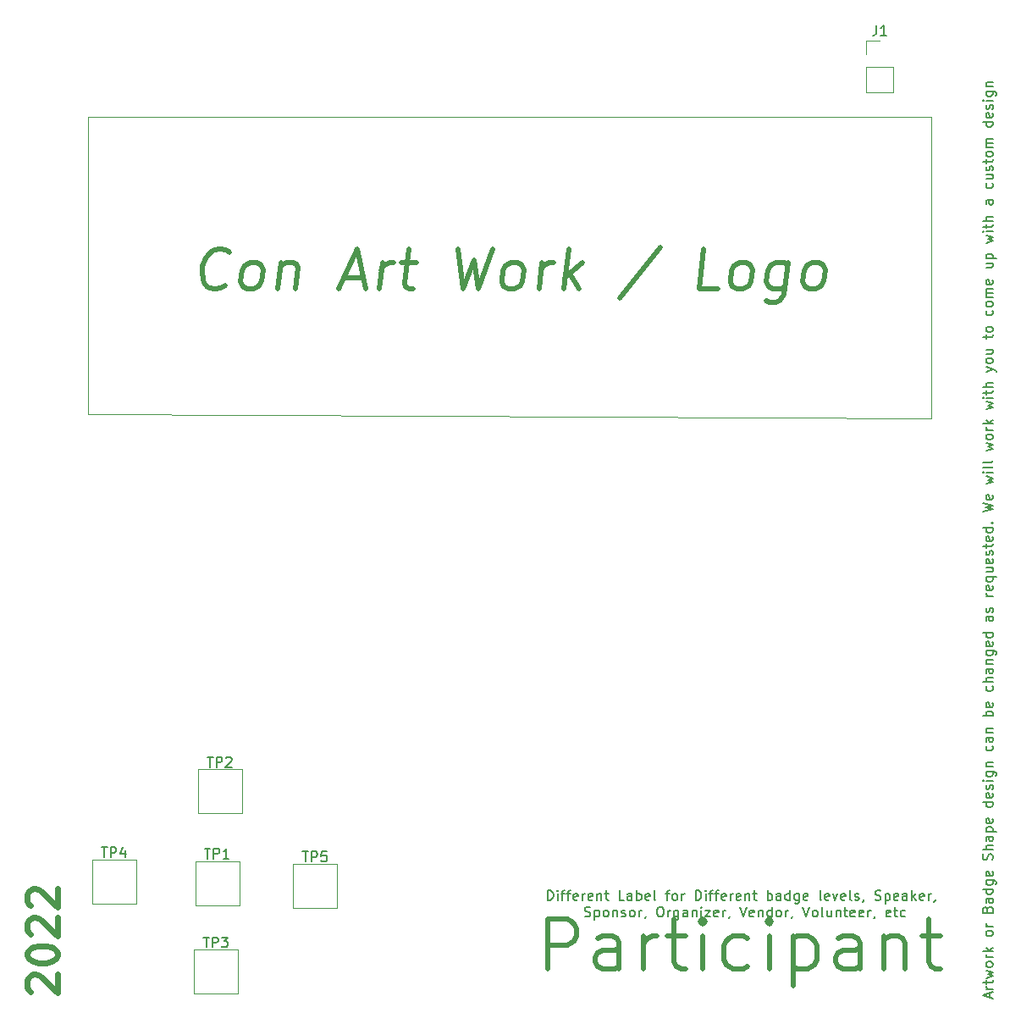
<source format=gbr>
%TF.GenerationSoftware,KiCad,Pcbnew,(5.1.10)-1*%
%TF.CreationDate,2021-11-08T11:40:21-08:00*%
%TF.ProjectId,ProspectBoards,50726f73-7065-4637-9442-6f617264732e,rev?*%
%TF.SameCoordinates,Original*%
%TF.FileFunction,Legend,Top*%
%TF.FilePolarity,Positive*%
%FSLAX46Y46*%
G04 Gerber Fmt 4.6, Leading zero omitted, Abs format (unit mm)*
G04 Created by KiCad (PCBNEW (5.1.10)-1) date 2021-11-08 11:40:21*
%MOMM*%
%LPD*%
G01*
G04 APERTURE LIST*
%ADD10C,0.150000*%
%ADD11C,0.600000*%
%ADD12C,0.500000*%
%ADD13C,0.120000*%
G04 APERTURE END LIST*
D10*
X126111904Y-134802380D02*
X126111904Y-133802380D01*
X126350000Y-133802380D01*
X126492857Y-133850000D01*
X126588095Y-133945238D01*
X126635714Y-134040476D01*
X126683333Y-134230952D01*
X126683333Y-134373809D01*
X126635714Y-134564285D01*
X126588095Y-134659523D01*
X126492857Y-134754761D01*
X126350000Y-134802380D01*
X126111904Y-134802380D01*
X127111904Y-134802380D02*
X127111904Y-134135714D01*
X127111904Y-133802380D02*
X127064285Y-133850000D01*
X127111904Y-133897619D01*
X127159523Y-133850000D01*
X127111904Y-133802380D01*
X127111904Y-133897619D01*
X127445238Y-134135714D02*
X127826190Y-134135714D01*
X127588095Y-134802380D02*
X127588095Y-133945238D01*
X127635714Y-133850000D01*
X127730952Y-133802380D01*
X127826190Y-133802380D01*
X128016666Y-134135714D02*
X128397619Y-134135714D01*
X128159523Y-134802380D02*
X128159523Y-133945238D01*
X128207142Y-133850000D01*
X128302380Y-133802380D01*
X128397619Y-133802380D01*
X129111904Y-134754761D02*
X129016666Y-134802380D01*
X128826190Y-134802380D01*
X128730952Y-134754761D01*
X128683333Y-134659523D01*
X128683333Y-134278571D01*
X128730952Y-134183333D01*
X128826190Y-134135714D01*
X129016666Y-134135714D01*
X129111904Y-134183333D01*
X129159523Y-134278571D01*
X129159523Y-134373809D01*
X128683333Y-134469047D01*
X129588095Y-134802380D02*
X129588095Y-134135714D01*
X129588095Y-134326190D02*
X129635714Y-134230952D01*
X129683333Y-134183333D01*
X129778571Y-134135714D01*
X129873809Y-134135714D01*
X130588095Y-134754761D02*
X130492857Y-134802380D01*
X130302380Y-134802380D01*
X130207142Y-134754761D01*
X130159523Y-134659523D01*
X130159523Y-134278571D01*
X130207142Y-134183333D01*
X130302380Y-134135714D01*
X130492857Y-134135714D01*
X130588095Y-134183333D01*
X130635714Y-134278571D01*
X130635714Y-134373809D01*
X130159523Y-134469047D01*
X131064285Y-134135714D02*
X131064285Y-134802380D01*
X131064285Y-134230952D02*
X131111904Y-134183333D01*
X131207142Y-134135714D01*
X131350000Y-134135714D01*
X131445238Y-134183333D01*
X131492857Y-134278571D01*
X131492857Y-134802380D01*
X131826190Y-134135714D02*
X132207142Y-134135714D01*
X131969047Y-133802380D02*
X131969047Y-134659523D01*
X132016666Y-134754761D01*
X132111904Y-134802380D01*
X132207142Y-134802380D01*
X133778571Y-134802380D02*
X133302380Y-134802380D01*
X133302380Y-133802380D01*
X134540476Y-134802380D02*
X134540476Y-134278571D01*
X134492857Y-134183333D01*
X134397619Y-134135714D01*
X134207142Y-134135714D01*
X134111904Y-134183333D01*
X134540476Y-134754761D02*
X134445238Y-134802380D01*
X134207142Y-134802380D01*
X134111904Y-134754761D01*
X134064285Y-134659523D01*
X134064285Y-134564285D01*
X134111904Y-134469047D01*
X134207142Y-134421428D01*
X134445238Y-134421428D01*
X134540476Y-134373809D01*
X135016666Y-134802380D02*
X135016666Y-133802380D01*
X135016666Y-134183333D02*
X135111904Y-134135714D01*
X135302380Y-134135714D01*
X135397619Y-134183333D01*
X135445238Y-134230952D01*
X135492857Y-134326190D01*
X135492857Y-134611904D01*
X135445238Y-134707142D01*
X135397619Y-134754761D01*
X135302380Y-134802380D01*
X135111904Y-134802380D01*
X135016666Y-134754761D01*
X136302380Y-134754761D02*
X136207142Y-134802380D01*
X136016666Y-134802380D01*
X135921428Y-134754761D01*
X135873809Y-134659523D01*
X135873809Y-134278571D01*
X135921428Y-134183333D01*
X136016666Y-134135714D01*
X136207142Y-134135714D01*
X136302380Y-134183333D01*
X136350000Y-134278571D01*
X136350000Y-134373809D01*
X135873809Y-134469047D01*
X136921428Y-134802380D02*
X136826190Y-134754761D01*
X136778571Y-134659523D01*
X136778571Y-133802380D01*
X137921428Y-134135714D02*
X138302380Y-134135714D01*
X138064285Y-134802380D02*
X138064285Y-133945238D01*
X138111904Y-133850000D01*
X138207142Y-133802380D01*
X138302380Y-133802380D01*
X138778571Y-134802380D02*
X138683333Y-134754761D01*
X138635714Y-134707142D01*
X138588095Y-134611904D01*
X138588095Y-134326190D01*
X138635714Y-134230952D01*
X138683333Y-134183333D01*
X138778571Y-134135714D01*
X138921428Y-134135714D01*
X139016666Y-134183333D01*
X139064285Y-134230952D01*
X139111904Y-134326190D01*
X139111904Y-134611904D01*
X139064285Y-134707142D01*
X139016666Y-134754761D01*
X138921428Y-134802380D01*
X138778571Y-134802380D01*
X139540476Y-134802380D02*
X139540476Y-134135714D01*
X139540476Y-134326190D02*
X139588095Y-134230952D01*
X139635714Y-134183333D01*
X139730952Y-134135714D01*
X139826190Y-134135714D01*
X140921428Y-134802380D02*
X140921428Y-133802380D01*
X141159523Y-133802380D01*
X141302380Y-133850000D01*
X141397619Y-133945238D01*
X141445238Y-134040476D01*
X141492857Y-134230952D01*
X141492857Y-134373809D01*
X141445238Y-134564285D01*
X141397619Y-134659523D01*
X141302380Y-134754761D01*
X141159523Y-134802380D01*
X140921428Y-134802380D01*
X141921428Y-134802380D02*
X141921428Y-134135714D01*
X141921428Y-133802380D02*
X141873809Y-133850000D01*
X141921428Y-133897619D01*
X141969047Y-133850000D01*
X141921428Y-133802380D01*
X141921428Y-133897619D01*
X142254761Y-134135714D02*
X142635714Y-134135714D01*
X142397619Y-134802380D02*
X142397619Y-133945238D01*
X142445238Y-133850000D01*
X142540476Y-133802380D01*
X142635714Y-133802380D01*
X142826190Y-134135714D02*
X143207142Y-134135714D01*
X142969047Y-134802380D02*
X142969047Y-133945238D01*
X143016666Y-133850000D01*
X143111904Y-133802380D01*
X143207142Y-133802380D01*
X143921428Y-134754761D02*
X143826190Y-134802380D01*
X143635714Y-134802380D01*
X143540476Y-134754761D01*
X143492857Y-134659523D01*
X143492857Y-134278571D01*
X143540476Y-134183333D01*
X143635714Y-134135714D01*
X143826190Y-134135714D01*
X143921428Y-134183333D01*
X143969047Y-134278571D01*
X143969047Y-134373809D01*
X143492857Y-134469047D01*
X144397619Y-134802380D02*
X144397619Y-134135714D01*
X144397619Y-134326190D02*
X144445238Y-134230952D01*
X144492857Y-134183333D01*
X144588095Y-134135714D01*
X144683333Y-134135714D01*
X145397619Y-134754761D02*
X145302380Y-134802380D01*
X145111904Y-134802380D01*
X145016666Y-134754761D01*
X144969047Y-134659523D01*
X144969047Y-134278571D01*
X145016666Y-134183333D01*
X145111904Y-134135714D01*
X145302380Y-134135714D01*
X145397619Y-134183333D01*
X145445238Y-134278571D01*
X145445238Y-134373809D01*
X144969047Y-134469047D01*
X145873809Y-134135714D02*
X145873809Y-134802380D01*
X145873809Y-134230952D02*
X145921428Y-134183333D01*
X146016666Y-134135714D01*
X146159523Y-134135714D01*
X146254761Y-134183333D01*
X146302380Y-134278571D01*
X146302380Y-134802380D01*
X146635714Y-134135714D02*
X147016666Y-134135714D01*
X146778571Y-133802380D02*
X146778571Y-134659523D01*
X146826190Y-134754761D01*
X146921428Y-134802380D01*
X147016666Y-134802380D01*
X148111904Y-134802380D02*
X148111904Y-133802380D01*
X148111904Y-134183333D02*
X148207142Y-134135714D01*
X148397619Y-134135714D01*
X148492857Y-134183333D01*
X148540476Y-134230952D01*
X148588095Y-134326190D01*
X148588095Y-134611904D01*
X148540476Y-134707142D01*
X148492857Y-134754761D01*
X148397619Y-134802380D01*
X148207142Y-134802380D01*
X148111904Y-134754761D01*
X149445238Y-134802380D02*
X149445238Y-134278571D01*
X149397619Y-134183333D01*
X149302380Y-134135714D01*
X149111904Y-134135714D01*
X149016666Y-134183333D01*
X149445238Y-134754761D02*
X149350000Y-134802380D01*
X149111904Y-134802380D01*
X149016666Y-134754761D01*
X148969047Y-134659523D01*
X148969047Y-134564285D01*
X149016666Y-134469047D01*
X149111904Y-134421428D01*
X149350000Y-134421428D01*
X149445238Y-134373809D01*
X150350000Y-134802380D02*
X150350000Y-133802380D01*
X150350000Y-134754761D02*
X150254761Y-134802380D01*
X150064285Y-134802380D01*
X149969047Y-134754761D01*
X149921428Y-134707142D01*
X149873809Y-134611904D01*
X149873809Y-134326190D01*
X149921428Y-134230952D01*
X149969047Y-134183333D01*
X150064285Y-134135714D01*
X150254761Y-134135714D01*
X150350000Y-134183333D01*
X151254761Y-134135714D02*
X151254761Y-134945238D01*
X151207142Y-135040476D01*
X151159523Y-135088095D01*
X151064285Y-135135714D01*
X150921428Y-135135714D01*
X150826190Y-135088095D01*
X151254761Y-134754761D02*
X151159523Y-134802380D01*
X150969047Y-134802380D01*
X150873809Y-134754761D01*
X150826190Y-134707142D01*
X150778571Y-134611904D01*
X150778571Y-134326190D01*
X150826190Y-134230952D01*
X150873809Y-134183333D01*
X150969047Y-134135714D01*
X151159523Y-134135714D01*
X151254761Y-134183333D01*
X152111904Y-134754761D02*
X152016666Y-134802380D01*
X151826190Y-134802380D01*
X151730952Y-134754761D01*
X151683333Y-134659523D01*
X151683333Y-134278571D01*
X151730952Y-134183333D01*
X151826190Y-134135714D01*
X152016666Y-134135714D01*
X152111904Y-134183333D01*
X152159523Y-134278571D01*
X152159523Y-134373809D01*
X151683333Y-134469047D01*
X153492857Y-134802380D02*
X153397619Y-134754761D01*
X153350000Y-134659523D01*
X153350000Y-133802380D01*
X154254761Y-134754761D02*
X154159523Y-134802380D01*
X153969047Y-134802380D01*
X153873809Y-134754761D01*
X153826190Y-134659523D01*
X153826190Y-134278571D01*
X153873809Y-134183333D01*
X153969047Y-134135714D01*
X154159523Y-134135714D01*
X154254761Y-134183333D01*
X154302380Y-134278571D01*
X154302380Y-134373809D01*
X153826190Y-134469047D01*
X154635714Y-134135714D02*
X154873809Y-134802380D01*
X155111904Y-134135714D01*
X155873809Y-134754761D02*
X155778571Y-134802380D01*
X155588095Y-134802380D01*
X155492857Y-134754761D01*
X155445238Y-134659523D01*
X155445238Y-134278571D01*
X155492857Y-134183333D01*
X155588095Y-134135714D01*
X155778571Y-134135714D01*
X155873809Y-134183333D01*
X155921428Y-134278571D01*
X155921428Y-134373809D01*
X155445238Y-134469047D01*
X156492857Y-134802380D02*
X156397619Y-134754761D01*
X156350000Y-134659523D01*
X156350000Y-133802380D01*
X156826190Y-134754761D02*
X156921428Y-134802380D01*
X157111904Y-134802380D01*
X157207142Y-134754761D01*
X157254761Y-134659523D01*
X157254761Y-134611904D01*
X157207142Y-134516666D01*
X157111904Y-134469047D01*
X156969047Y-134469047D01*
X156873809Y-134421428D01*
X156826190Y-134326190D01*
X156826190Y-134278571D01*
X156873809Y-134183333D01*
X156969047Y-134135714D01*
X157111904Y-134135714D01*
X157207142Y-134183333D01*
X157730952Y-134754761D02*
X157730952Y-134802380D01*
X157683333Y-134897619D01*
X157635714Y-134945238D01*
X158873809Y-134754761D02*
X159016666Y-134802380D01*
X159254761Y-134802380D01*
X159350000Y-134754761D01*
X159397619Y-134707142D01*
X159445238Y-134611904D01*
X159445238Y-134516666D01*
X159397619Y-134421428D01*
X159350000Y-134373809D01*
X159254761Y-134326190D01*
X159064285Y-134278571D01*
X158969047Y-134230952D01*
X158921428Y-134183333D01*
X158873809Y-134088095D01*
X158873809Y-133992857D01*
X158921428Y-133897619D01*
X158969047Y-133850000D01*
X159064285Y-133802380D01*
X159302380Y-133802380D01*
X159445238Y-133850000D01*
X159873809Y-134135714D02*
X159873809Y-135135714D01*
X159873809Y-134183333D02*
X159969047Y-134135714D01*
X160159523Y-134135714D01*
X160254761Y-134183333D01*
X160302380Y-134230952D01*
X160350000Y-134326190D01*
X160350000Y-134611904D01*
X160302380Y-134707142D01*
X160254761Y-134754761D01*
X160159523Y-134802380D01*
X159969047Y-134802380D01*
X159873809Y-134754761D01*
X161159523Y-134754761D02*
X161064285Y-134802380D01*
X160873809Y-134802380D01*
X160778571Y-134754761D01*
X160730952Y-134659523D01*
X160730952Y-134278571D01*
X160778571Y-134183333D01*
X160873809Y-134135714D01*
X161064285Y-134135714D01*
X161159523Y-134183333D01*
X161207142Y-134278571D01*
X161207142Y-134373809D01*
X160730952Y-134469047D01*
X162064285Y-134802380D02*
X162064285Y-134278571D01*
X162016666Y-134183333D01*
X161921428Y-134135714D01*
X161730952Y-134135714D01*
X161635714Y-134183333D01*
X162064285Y-134754761D02*
X161969047Y-134802380D01*
X161730952Y-134802380D01*
X161635714Y-134754761D01*
X161588095Y-134659523D01*
X161588095Y-134564285D01*
X161635714Y-134469047D01*
X161730952Y-134421428D01*
X161969047Y-134421428D01*
X162064285Y-134373809D01*
X162540476Y-134802380D02*
X162540476Y-133802380D01*
X162635714Y-134421428D02*
X162921428Y-134802380D01*
X162921428Y-134135714D02*
X162540476Y-134516666D01*
X163730952Y-134754761D02*
X163635714Y-134802380D01*
X163445238Y-134802380D01*
X163350000Y-134754761D01*
X163302380Y-134659523D01*
X163302380Y-134278571D01*
X163350000Y-134183333D01*
X163445238Y-134135714D01*
X163635714Y-134135714D01*
X163730952Y-134183333D01*
X163778571Y-134278571D01*
X163778571Y-134373809D01*
X163302380Y-134469047D01*
X164207142Y-134802380D02*
X164207142Y-134135714D01*
X164207142Y-134326190D02*
X164254761Y-134230952D01*
X164302380Y-134183333D01*
X164397619Y-134135714D01*
X164492857Y-134135714D01*
X164873809Y-134754761D02*
X164873809Y-134802380D01*
X164826190Y-134897619D01*
X164778571Y-134945238D01*
X129826190Y-136404761D02*
X129969047Y-136452380D01*
X130207142Y-136452380D01*
X130302380Y-136404761D01*
X130350000Y-136357142D01*
X130397619Y-136261904D01*
X130397619Y-136166666D01*
X130350000Y-136071428D01*
X130302380Y-136023809D01*
X130207142Y-135976190D01*
X130016666Y-135928571D01*
X129921428Y-135880952D01*
X129873809Y-135833333D01*
X129826190Y-135738095D01*
X129826190Y-135642857D01*
X129873809Y-135547619D01*
X129921428Y-135500000D01*
X130016666Y-135452380D01*
X130254761Y-135452380D01*
X130397619Y-135500000D01*
X130826190Y-135785714D02*
X130826190Y-136785714D01*
X130826190Y-135833333D02*
X130921428Y-135785714D01*
X131111904Y-135785714D01*
X131207142Y-135833333D01*
X131254761Y-135880952D01*
X131302380Y-135976190D01*
X131302380Y-136261904D01*
X131254761Y-136357142D01*
X131207142Y-136404761D01*
X131111904Y-136452380D01*
X130921428Y-136452380D01*
X130826190Y-136404761D01*
X131873809Y-136452380D02*
X131778571Y-136404761D01*
X131730952Y-136357142D01*
X131683333Y-136261904D01*
X131683333Y-135976190D01*
X131730952Y-135880952D01*
X131778571Y-135833333D01*
X131873809Y-135785714D01*
X132016666Y-135785714D01*
X132111904Y-135833333D01*
X132159523Y-135880952D01*
X132207142Y-135976190D01*
X132207142Y-136261904D01*
X132159523Y-136357142D01*
X132111904Y-136404761D01*
X132016666Y-136452380D01*
X131873809Y-136452380D01*
X132635714Y-135785714D02*
X132635714Y-136452380D01*
X132635714Y-135880952D02*
X132683333Y-135833333D01*
X132778571Y-135785714D01*
X132921428Y-135785714D01*
X133016666Y-135833333D01*
X133064285Y-135928571D01*
X133064285Y-136452380D01*
X133492857Y-136404761D02*
X133588095Y-136452380D01*
X133778571Y-136452380D01*
X133873809Y-136404761D01*
X133921428Y-136309523D01*
X133921428Y-136261904D01*
X133873809Y-136166666D01*
X133778571Y-136119047D01*
X133635714Y-136119047D01*
X133540476Y-136071428D01*
X133492857Y-135976190D01*
X133492857Y-135928571D01*
X133540476Y-135833333D01*
X133635714Y-135785714D01*
X133778571Y-135785714D01*
X133873809Y-135833333D01*
X134492857Y-136452380D02*
X134397619Y-136404761D01*
X134350000Y-136357142D01*
X134302380Y-136261904D01*
X134302380Y-135976190D01*
X134350000Y-135880952D01*
X134397619Y-135833333D01*
X134492857Y-135785714D01*
X134635714Y-135785714D01*
X134730952Y-135833333D01*
X134778571Y-135880952D01*
X134826190Y-135976190D01*
X134826190Y-136261904D01*
X134778571Y-136357142D01*
X134730952Y-136404761D01*
X134635714Y-136452380D01*
X134492857Y-136452380D01*
X135254761Y-136452380D02*
X135254761Y-135785714D01*
X135254761Y-135976190D02*
X135302380Y-135880952D01*
X135350000Y-135833333D01*
X135445238Y-135785714D01*
X135540476Y-135785714D01*
X135921428Y-136404761D02*
X135921428Y-136452380D01*
X135873809Y-136547619D01*
X135826190Y-136595238D01*
X137302380Y-135452380D02*
X137492857Y-135452380D01*
X137588095Y-135500000D01*
X137683333Y-135595238D01*
X137730952Y-135785714D01*
X137730952Y-136119047D01*
X137683333Y-136309523D01*
X137588095Y-136404761D01*
X137492857Y-136452380D01*
X137302380Y-136452380D01*
X137207142Y-136404761D01*
X137111904Y-136309523D01*
X137064285Y-136119047D01*
X137064285Y-135785714D01*
X137111904Y-135595238D01*
X137207142Y-135500000D01*
X137302380Y-135452380D01*
X138159523Y-136452380D02*
X138159523Y-135785714D01*
X138159523Y-135976190D02*
X138207142Y-135880952D01*
X138254761Y-135833333D01*
X138350000Y-135785714D01*
X138445238Y-135785714D01*
X139207142Y-135785714D02*
X139207142Y-136595238D01*
X139159523Y-136690476D01*
X139111904Y-136738095D01*
X139016666Y-136785714D01*
X138873809Y-136785714D01*
X138778571Y-136738095D01*
X139207142Y-136404761D02*
X139111904Y-136452380D01*
X138921428Y-136452380D01*
X138826190Y-136404761D01*
X138778571Y-136357142D01*
X138730952Y-136261904D01*
X138730952Y-135976190D01*
X138778571Y-135880952D01*
X138826190Y-135833333D01*
X138921428Y-135785714D01*
X139111904Y-135785714D01*
X139207142Y-135833333D01*
X140111904Y-136452380D02*
X140111904Y-135928571D01*
X140064285Y-135833333D01*
X139969047Y-135785714D01*
X139778571Y-135785714D01*
X139683333Y-135833333D01*
X140111904Y-136404761D02*
X140016666Y-136452380D01*
X139778571Y-136452380D01*
X139683333Y-136404761D01*
X139635714Y-136309523D01*
X139635714Y-136214285D01*
X139683333Y-136119047D01*
X139778571Y-136071428D01*
X140016666Y-136071428D01*
X140111904Y-136023809D01*
X140588095Y-135785714D02*
X140588095Y-136452380D01*
X140588095Y-135880952D02*
X140635714Y-135833333D01*
X140730952Y-135785714D01*
X140873809Y-135785714D01*
X140969047Y-135833333D01*
X141016666Y-135928571D01*
X141016666Y-136452380D01*
X141492857Y-136452380D02*
X141492857Y-135785714D01*
X141492857Y-135452380D02*
X141445238Y-135500000D01*
X141492857Y-135547619D01*
X141540476Y-135500000D01*
X141492857Y-135452380D01*
X141492857Y-135547619D01*
X141873809Y-135785714D02*
X142397619Y-135785714D01*
X141873809Y-136452380D01*
X142397619Y-136452380D01*
X143159523Y-136404761D02*
X143064285Y-136452380D01*
X142873809Y-136452380D01*
X142778571Y-136404761D01*
X142730952Y-136309523D01*
X142730952Y-135928571D01*
X142778571Y-135833333D01*
X142873809Y-135785714D01*
X143064285Y-135785714D01*
X143159523Y-135833333D01*
X143207142Y-135928571D01*
X143207142Y-136023809D01*
X142730952Y-136119047D01*
X143635714Y-136452380D02*
X143635714Y-135785714D01*
X143635714Y-135976190D02*
X143683333Y-135880952D01*
X143730952Y-135833333D01*
X143826190Y-135785714D01*
X143921428Y-135785714D01*
X144302380Y-136404761D02*
X144302380Y-136452380D01*
X144254761Y-136547619D01*
X144207142Y-136595238D01*
X145350000Y-135452380D02*
X145683333Y-136452380D01*
X146016666Y-135452380D01*
X146730952Y-136404761D02*
X146635714Y-136452380D01*
X146445238Y-136452380D01*
X146350000Y-136404761D01*
X146302380Y-136309523D01*
X146302380Y-135928571D01*
X146350000Y-135833333D01*
X146445238Y-135785714D01*
X146635714Y-135785714D01*
X146730952Y-135833333D01*
X146778571Y-135928571D01*
X146778571Y-136023809D01*
X146302380Y-136119047D01*
X147207142Y-135785714D02*
X147207142Y-136452380D01*
X147207142Y-135880952D02*
X147254761Y-135833333D01*
X147350000Y-135785714D01*
X147492857Y-135785714D01*
X147588095Y-135833333D01*
X147635714Y-135928571D01*
X147635714Y-136452380D01*
X148540476Y-136452380D02*
X148540476Y-135452380D01*
X148540476Y-136404761D02*
X148445238Y-136452380D01*
X148254761Y-136452380D01*
X148159523Y-136404761D01*
X148111904Y-136357142D01*
X148064285Y-136261904D01*
X148064285Y-135976190D01*
X148111904Y-135880952D01*
X148159523Y-135833333D01*
X148254761Y-135785714D01*
X148445238Y-135785714D01*
X148540476Y-135833333D01*
X149159523Y-136452380D02*
X149064285Y-136404761D01*
X149016666Y-136357142D01*
X148969047Y-136261904D01*
X148969047Y-135976190D01*
X149016666Y-135880952D01*
X149064285Y-135833333D01*
X149159523Y-135785714D01*
X149302380Y-135785714D01*
X149397619Y-135833333D01*
X149445238Y-135880952D01*
X149492857Y-135976190D01*
X149492857Y-136261904D01*
X149445238Y-136357142D01*
X149397619Y-136404761D01*
X149302380Y-136452380D01*
X149159523Y-136452380D01*
X149921428Y-136452380D02*
X149921428Y-135785714D01*
X149921428Y-135976190D02*
X149969047Y-135880952D01*
X150016666Y-135833333D01*
X150111904Y-135785714D01*
X150207142Y-135785714D01*
X150588095Y-136404761D02*
X150588095Y-136452380D01*
X150540476Y-136547619D01*
X150492857Y-136595238D01*
X151635714Y-135452380D02*
X151969047Y-136452380D01*
X152302380Y-135452380D01*
X152778571Y-136452380D02*
X152683333Y-136404761D01*
X152635714Y-136357142D01*
X152588095Y-136261904D01*
X152588095Y-135976190D01*
X152635714Y-135880952D01*
X152683333Y-135833333D01*
X152778571Y-135785714D01*
X152921428Y-135785714D01*
X153016666Y-135833333D01*
X153064285Y-135880952D01*
X153111904Y-135976190D01*
X153111904Y-136261904D01*
X153064285Y-136357142D01*
X153016666Y-136404761D01*
X152921428Y-136452380D01*
X152778571Y-136452380D01*
X153683333Y-136452380D02*
X153588095Y-136404761D01*
X153540476Y-136309523D01*
X153540476Y-135452380D01*
X154492857Y-135785714D02*
X154492857Y-136452380D01*
X154064285Y-135785714D02*
X154064285Y-136309523D01*
X154111904Y-136404761D01*
X154207142Y-136452380D01*
X154350000Y-136452380D01*
X154445238Y-136404761D01*
X154492857Y-136357142D01*
X154969047Y-135785714D02*
X154969047Y-136452380D01*
X154969047Y-135880952D02*
X155016666Y-135833333D01*
X155111904Y-135785714D01*
X155254761Y-135785714D01*
X155350000Y-135833333D01*
X155397619Y-135928571D01*
X155397619Y-136452380D01*
X155730952Y-135785714D02*
X156111904Y-135785714D01*
X155873809Y-135452380D02*
X155873809Y-136309523D01*
X155921428Y-136404761D01*
X156016666Y-136452380D01*
X156111904Y-136452380D01*
X156826190Y-136404761D02*
X156730952Y-136452380D01*
X156540476Y-136452380D01*
X156445238Y-136404761D01*
X156397619Y-136309523D01*
X156397619Y-135928571D01*
X156445238Y-135833333D01*
X156540476Y-135785714D01*
X156730952Y-135785714D01*
X156826190Y-135833333D01*
X156873809Y-135928571D01*
X156873809Y-136023809D01*
X156397619Y-136119047D01*
X157683333Y-136404761D02*
X157588095Y-136452380D01*
X157397619Y-136452380D01*
X157302380Y-136404761D01*
X157254761Y-136309523D01*
X157254761Y-135928571D01*
X157302380Y-135833333D01*
X157397619Y-135785714D01*
X157588095Y-135785714D01*
X157683333Y-135833333D01*
X157730952Y-135928571D01*
X157730952Y-136023809D01*
X157254761Y-136119047D01*
X158159523Y-136452380D02*
X158159523Y-135785714D01*
X158159523Y-135976190D02*
X158207142Y-135880952D01*
X158254761Y-135833333D01*
X158350000Y-135785714D01*
X158445238Y-135785714D01*
X158826190Y-136404761D02*
X158826190Y-136452380D01*
X158778571Y-136547619D01*
X158730952Y-136595238D01*
X160397619Y-136404761D02*
X160302380Y-136452380D01*
X160111904Y-136452380D01*
X160016666Y-136404761D01*
X159969047Y-136309523D01*
X159969047Y-135928571D01*
X160016666Y-135833333D01*
X160111904Y-135785714D01*
X160302380Y-135785714D01*
X160397619Y-135833333D01*
X160445238Y-135928571D01*
X160445238Y-136023809D01*
X159969047Y-136119047D01*
X160730952Y-135785714D02*
X161111904Y-135785714D01*
X160873809Y-135452380D02*
X160873809Y-136309523D01*
X160921428Y-136404761D01*
X161016666Y-136452380D01*
X161111904Y-136452380D01*
X161873809Y-136404761D02*
X161778571Y-136452380D01*
X161588095Y-136452380D01*
X161492857Y-136404761D01*
X161445238Y-136357142D01*
X161397619Y-136261904D01*
X161397619Y-135976190D01*
X161445238Y-135880952D01*
X161492857Y-135833333D01*
X161588095Y-135785714D01*
X161778571Y-135785714D01*
X161873809Y-135833333D01*
X170341666Y-144560714D02*
X170341666Y-144084523D01*
X170627380Y-144655952D02*
X169627380Y-144322619D01*
X170627380Y-143989285D01*
X170627380Y-143655952D02*
X169960714Y-143655952D01*
X170151190Y-143655952D02*
X170055952Y-143608333D01*
X170008333Y-143560714D01*
X169960714Y-143465476D01*
X169960714Y-143370238D01*
X169960714Y-143179761D02*
X169960714Y-142798809D01*
X169627380Y-143036904D02*
X170484523Y-143036904D01*
X170579761Y-142989285D01*
X170627380Y-142894047D01*
X170627380Y-142798809D01*
X169960714Y-142560714D02*
X170627380Y-142370238D01*
X170151190Y-142179761D01*
X170627380Y-141989285D01*
X169960714Y-141798809D01*
X170627380Y-141274999D02*
X170579761Y-141370238D01*
X170532142Y-141417857D01*
X170436904Y-141465476D01*
X170151190Y-141465476D01*
X170055952Y-141417857D01*
X170008333Y-141370238D01*
X169960714Y-141274999D01*
X169960714Y-141132142D01*
X170008333Y-141036904D01*
X170055952Y-140989285D01*
X170151190Y-140941666D01*
X170436904Y-140941666D01*
X170532142Y-140989285D01*
X170579761Y-141036904D01*
X170627380Y-141132142D01*
X170627380Y-141274999D01*
X170627380Y-140513095D02*
X169960714Y-140513095D01*
X170151190Y-140513095D02*
X170055952Y-140465476D01*
X170008333Y-140417857D01*
X169960714Y-140322619D01*
X169960714Y-140227380D01*
X170627380Y-139894047D02*
X169627380Y-139894047D01*
X170246428Y-139798809D02*
X170627380Y-139513095D01*
X169960714Y-139513095D02*
X170341666Y-139894047D01*
X170627380Y-138179761D02*
X170579761Y-138274999D01*
X170532142Y-138322619D01*
X170436904Y-138370238D01*
X170151190Y-138370238D01*
X170055952Y-138322619D01*
X170008333Y-138274999D01*
X169960714Y-138179761D01*
X169960714Y-138036904D01*
X170008333Y-137941666D01*
X170055952Y-137894047D01*
X170151190Y-137846428D01*
X170436904Y-137846428D01*
X170532142Y-137894047D01*
X170579761Y-137941666D01*
X170627380Y-138036904D01*
X170627380Y-138179761D01*
X170627380Y-137417857D02*
X169960714Y-137417857D01*
X170151190Y-137417857D02*
X170055952Y-137370238D01*
X170008333Y-137322619D01*
X169960714Y-137227380D01*
X169960714Y-137132142D01*
X170103571Y-135703571D02*
X170151190Y-135560714D01*
X170198809Y-135513095D01*
X170294047Y-135465476D01*
X170436904Y-135465476D01*
X170532142Y-135513095D01*
X170579761Y-135560714D01*
X170627380Y-135655952D01*
X170627380Y-136036904D01*
X169627380Y-136036904D01*
X169627380Y-135703571D01*
X169675000Y-135608333D01*
X169722619Y-135560714D01*
X169817857Y-135513095D01*
X169913095Y-135513095D01*
X170008333Y-135560714D01*
X170055952Y-135608333D01*
X170103571Y-135703571D01*
X170103571Y-136036904D01*
X170627380Y-134608333D02*
X170103571Y-134608333D01*
X170008333Y-134655952D01*
X169960714Y-134751190D01*
X169960714Y-134941666D01*
X170008333Y-135036904D01*
X170579761Y-134608333D02*
X170627380Y-134703571D01*
X170627380Y-134941666D01*
X170579761Y-135036904D01*
X170484523Y-135084523D01*
X170389285Y-135084523D01*
X170294047Y-135036904D01*
X170246428Y-134941666D01*
X170246428Y-134703571D01*
X170198809Y-134608333D01*
X170627380Y-133703571D02*
X169627380Y-133703571D01*
X170579761Y-133703571D02*
X170627380Y-133798809D01*
X170627380Y-133989285D01*
X170579761Y-134084523D01*
X170532142Y-134132142D01*
X170436904Y-134179761D01*
X170151190Y-134179761D01*
X170055952Y-134132142D01*
X170008333Y-134084523D01*
X169960714Y-133989285D01*
X169960714Y-133798809D01*
X170008333Y-133703571D01*
X169960714Y-132798809D02*
X170770238Y-132798809D01*
X170865476Y-132846428D01*
X170913095Y-132894047D01*
X170960714Y-132989285D01*
X170960714Y-133132142D01*
X170913095Y-133227380D01*
X170579761Y-132798809D02*
X170627380Y-132894047D01*
X170627380Y-133084523D01*
X170579761Y-133179761D01*
X170532142Y-133227380D01*
X170436904Y-133274999D01*
X170151190Y-133274999D01*
X170055952Y-133227380D01*
X170008333Y-133179761D01*
X169960714Y-133084523D01*
X169960714Y-132894047D01*
X170008333Y-132798809D01*
X170579761Y-131941666D02*
X170627380Y-132036904D01*
X170627380Y-132227380D01*
X170579761Y-132322619D01*
X170484523Y-132370238D01*
X170103571Y-132370238D01*
X170008333Y-132322619D01*
X169960714Y-132227380D01*
X169960714Y-132036904D01*
X170008333Y-131941666D01*
X170103571Y-131894047D01*
X170198809Y-131894047D01*
X170294047Y-132370238D01*
X170579761Y-130751190D02*
X170627380Y-130608333D01*
X170627380Y-130370238D01*
X170579761Y-130274999D01*
X170532142Y-130227380D01*
X170436904Y-130179761D01*
X170341666Y-130179761D01*
X170246428Y-130227380D01*
X170198809Y-130274999D01*
X170151190Y-130370238D01*
X170103571Y-130560714D01*
X170055952Y-130655952D01*
X170008333Y-130703571D01*
X169913095Y-130751190D01*
X169817857Y-130751190D01*
X169722619Y-130703571D01*
X169675000Y-130655952D01*
X169627380Y-130560714D01*
X169627380Y-130322619D01*
X169675000Y-130179761D01*
X170627380Y-129751190D02*
X169627380Y-129751190D01*
X170627380Y-129322619D02*
X170103571Y-129322619D01*
X170008333Y-129370238D01*
X169960714Y-129465476D01*
X169960714Y-129608333D01*
X170008333Y-129703571D01*
X170055952Y-129751190D01*
X170627380Y-128417857D02*
X170103571Y-128417857D01*
X170008333Y-128465476D01*
X169960714Y-128560714D01*
X169960714Y-128751190D01*
X170008333Y-128846428D01*
X170579761Y-128417857D02*
X170627380Y-128513095D01*
X170627380Y-128751190D01*
X170579761Y-128846428D01*
X170484523Y-128894047D01*
X170389285Y-128894047D01*
X170294047Y-128846428D01*
X170246428Y-128751190D01*
X170246428Y-128513095D01*
X170198809Y-128417857D01*
X169960714Y-127941666D02*
X170960714Y-127941666D01*
X170008333Y-127941666D02*
X169960714Y-127846428D01*
X169960714Y-127655952D01*
X170008333Y-127560714D01*
X170055952Y-127513095D01*
X170151190Y-127465476D01*
X170436904Y-127465476D01*
X170532142Y-127513095D01*
X170579761Y-127560714D01*
X170627380Y-127655952D01*
X170627380Y-127846428D01*
X170579761Y-127941666D01*
X170579761Y-126655952D02*
X170627380Y-126751190D01*
X170627380Y-126941666D01*
X170579761Y-127036904D01*
X170484523Y-127084523D01*
X170103571Y-127084523D01*
X170008333Y-127036904D01*
X169960714Y-126941666D01*
X169960714Y-126751190D01*
X170008333Y-126655952D01*
X170103571Y-126608333D01*
X170198809Y-126608333D01*
X170294047Y-127084523D01*
X170627380Y-124989285D02*
X169627380Y-124989285D01*
X170579761Y-124989285D02*
X170627380Y-125084523D01*
X170627380Y-125274999D01*
X170579761Y-125370238D01*
X170532142Y-125417857D01*
X170436904Y-125465476D01*
X170151190Y-125465476D01*
X170055952Y-125417857D01*
X170008333Y-125370238D01*
X169960714Y-125274999D01*
X169960714Y-125084523D01*
X170008333Y-124989285D01*
X170579761Y-124132142D02*
X170627380Y-124227380D01*
X170627380Y-124417857D01*
X170579761Y-124513095D01*
X170484523Y-124560714D01*
X170103571Y-124560714D01*
X170008333Y-124513095D01*
X169960714Y-124417857D01*
X169960714Y-124227380D01*
X170008333Y-124132142D01*
X170103571Y-124084523D01*
X170198809Y-124084523D01*
X170294047Y-124560714D01*
X170579761Y-123703571D02*
X170627380Y-123608333D01*
X170627380Y-123417857D01*
X170579761Y-123322619D01*
X170484523Y-123274999D01*
X170436904Y-123274999D01*
X170341666Y-123322619D01*
X170294047Y-123417857D01*
X170294047Y-123560714D01*
X170246428Y-123655952D01*
X170151190Y-123703571D01*
X170103571Y-123703571D01*
X170008333Y-123655952D01*
X169960714Y-123560714D01*
X169960714Y-123417857D01*
X170008333Y-123322619D01*
X170627380Y-122846428D02*
X169960714Y-122846428D01*
X169627380Y-122846428D02*
X169675000Y-122894047D01*
X169722619Y-122846428D01*
X169675000Y-122798809D01*
X169627380Y-122846428D01*
X169722619Y-122846428D01*
X169960714Y-121941666D02*
X170770238Y-121941666D01*
X170865476Y-121989285D01*
X170913095Y-122036904D01*
X170960714Y-122132142D01*
X170960714Y-122274999D01*
X170913095Y-122370238D01*
X170579761Y-121941666D02*
X170627380Y-122036904D01*
X170627380Y-122227380D01*
X170579761Y-122322619D01*
X170532142Y-122370238D01*
X170436904Y-122417857D01*
X170151190Y-122417857D01*
X170055952Y-122370238D01*
X170008333Y-122322619D01*
X169960714Y-122227380D01*
X169960714Y-122036904D01*
X170008333Y-121941666D01*
X169960714Y-121465476D02*
X170627380Y-121465476D01*
X170055952Y-121465476D02*
X170008333Y-121417857D01*
X169960714Y-121322619D01*
X169960714Y-121179761D01*
X170008333Y-121084523D01*
X170103571Y-121036904D01*
X170627380Y-121036904D01*
X170579761Y-119370238D02*
X170627380Y-119465476D01*
X170627380Y-119655952D01*
X170579761Y-119751190D01*
X170532142Y-119798809D01*
X170436904Y-119846428D01*
X170151190Y-119846428D01*
X170055952Y-119798809D01*
X170008333Y-119751190D01*
X169960714Y-119655952D01*
X169960714Y-119465476D01*
X170008333Y-119370238D01*
X170627380Y-118513095D02*
X170103571Y-118513095D01*
X170008333Y-118560714D01*
X169960714Y-118655952D01*
X169960714Y-118846428D01*
X170008333Y-118941666D01*
X170579761Y-118513095D02*
X170627380Y-118608333D01*
X170627380Y-118846428D01*
X170579761Y-118941666D01*
X170484523Y-118989285D01*
X170389285Y-118989285D01*
X170294047Y-118941666D01*
X170246428Y-118846428D01*
X170246428Y-118608333D01*
X170198809Y-118513095D01*
X169960714Y-118036904D02*
X170627380Y-118036904D01*
X170055952Y-118036904D02*
X170008333Y-117989285D01*
X169960714Y-117894047D01*
X169960714Y-117751190D01*
X170008333Y-117655952D01*
X170103571Y-117608333D01*
X170627380Y-117608333D01*
X170627380Y-116370238D02*
X169627380Y-116370238D01*
X170008333Y-116370238D02*
X169960714Y-116274999D01*
X169960714Y-116084523D01*
X170008333Y-115989285D01*
X170055952Y-115941666D01*
X170151190Y-115894047D01*
X170436904Y-115894047D01*
X170532142Y-115941666D01*
X170579761Y-115989285D01*
X170627380Y-116084523D01*
X170627380Y-116274999D01*
X170579761Y-116370238D01*
X170579761Y-115084523D02*
X170627380Y-115179761D01*
X170627380Y-115370238D01*
X170579761Y-115465476D01*
X170484523Y-115513095D01*
X170103571Y-115513095D01*
X170008333Y-115465476D01*
X169960714Y-115370238D01*
X169960714Y-115179761D01*
X170008333Y-115084523D01*
X170103571Y-115036904D01*
X170198809Y-115036904D01*
X170294047Y-115513095D01*
X170579761Y-113417857D02*
X170627380Y-113513095D01*
X170627380Y-113703571D01*
X170579761Y-113798809D01*
X170532142Y-113846428D01*
X170436904Y-113894047D01*
X170151190Y-113894047D01*
X170055952Y-113846428D01*
X170008333Y-113798809D01*
X169960714Y-113703571D01*
X169960714Y-113513095D01*
X170008333Y-113417857D01*
X170627380Y-112989285D02*
X169627380Y-112989285D01*
X170627380Y-112560714D02*
X170103571Y-112560714D01*
X170008333Y-112608333D01*
X169960714Y-112703571D01*
X169960714Y-112846428D01*
X170008333Y-112941666D01*
X170055952Y-112989285D01*
X170627380Y-111655952D02*
X170103571Y-111655952D01*
X170008333Y-111703571D01*
X169960714Y-111798809D01*
X169960714Y-111989285D01*
X170008333Y-112084523D01*
X170579761Y-111655952D02*
X170627380Y-111751190D01*
X170627380Y-111989285D01*
X170579761Y-112084523D01*
X170484523Y-112132142D01*
X170389285Y-112132142D01*
X170294047Y-112084523D01*
X170246428Y-111989285D01*
X170246428Y-111751190D01*
X170198809Y-111655952D01*
X169960714Y-111179761D02*
X170627380Y-111179761D01*
X170055952Y-111179761D02*
X170008333Y-111132142D01*
X169960714Y-111036904D01*
X169960714Y-110894047D01*
X170008333Y-110798809D01*
X170103571Y-110751190D01*
X170627380Y-110751190D01*
X169960714Y-109846428D02*
X170770238Y-109846428D01*
X170865476Y-109894047D01*
X170913095Y-109941666D01*
X170960714Y-110036904D01*
X170960714Y-110179761D01*
X170913095Y-110274999D01*
X170579761Y-109846428D02*
X170627380Y-109941666D01*
X170627380Y-110132142D01*
X170579761Y-110227380D01*
X170532142Y-110274999D01*
X170436904Y-110322619D01*
X170151190Y-110322619D01*
X170055952Y-110274999D01*
X170008333Y-110227380D01*
X169960714Y-110132142D01*
X169960714Y-109941666D01*
X170008333Y-109846428D01*
X170579761Y-108989285D02*
X170627380Y-109084523D01*
X170627380Y-109274999D01*
X170579761Y-109370238D01*
X170484523Y-109417857D01*
X170103571Y-109417857D01*
X170008333Y-109370238D01*
X169960714Y-109274999D01*
X169960714Y-109084523D01*
X170008333Y-108989285D01*
X170103571Y-108941666D01*
X170198809Y-108941666D01*
X170294047Y-109417857D01*
X170627380Y-108084523D02*
X169627380Y-108084523D01*
X170579761Y-108084523D02*
X170627380Y-108179761D01*
X170627380Y-108370238D01*
X170579761Y-108465476D01*
X170532142Y-108513095D01*
X170436904Y-108560714D01*
X170151190Y-108560714D01*
X170055952Y-108513095D01*
X170008333Y-108465476D01*
X169960714Y-108370238D01*
X169960714Y-108179761D01*
X170008333Y-108084523D01*
X170627380Y-106417857D02*
X170103571Y-106417857D01*
X170008333Y-106465476D01*
X169960714Y-106560714D01*
X169960714Y-106751190D01*
X170008333Y-106846428D01*
X170579761Y-106417857D02*
X170627380Y-106513095D01*
X170627380Y-106751190D01*
X170579761Y-106846428D01*
X170484523Y-106894047D01*
X170389285Y-106894047D01*
X170294047Y-106846428D01*
X170246428Y-106751190D01*
X170246428Y-106513095D01*
X170198809Y-106417857D01*
X170579761Y-105989285D02*
X170627380Y-105894047D01*
X170627380Y-105703571D01*
X170579761Y-105608333D01*
X170484523Y-105560714D01*
X170436904Y-105560714D01*
X170341666Y-105608333D01*
X170294047Y-105703571D01*
X170294047Y-105846428D01*
X170246428Y-105941666D01*
X170151190Y-105989285D01*
X170103571Y-105989285D01*
X170008333Y-105941666D01*
X169960714Y-105846428D01*
X169960714Y-105703571D01*
X170008333Y-105608333D01*
X170627380Y-104370238D02*
X169960714Y-104370238D01*
X170151190Y-104370238D02*
X170055952Y-104322619D01*
X170008333Y-104274999D01*
X169960714Y-104179761D01*
X169960714Y-104084523D01*
X170579761Y-103370238D02*
X170627380Y-103465476D01*
X170627380Y-103655952D01*
X170579761Y-103751190D01*
X170484523Y-103798809D01*
X170103571Y-103798809D01*
X170008333Y-103751190D01*
X169960714Y-103655952D01*
X169960714Y-103465476D01*
X170008333Y-103370238D01*
X170103571Y-103322619D01*
X170198809Y-103322619D01*
X170294047Y-103798809D01*
X169960714Y-102465476D02*
X170960714Y-102465476D01*
X170579761Y-102465476D02*
X170627380Y-102560714D01*
X170627380Y-102751190D01*
X170579761Y-102846428D01*
X170532142Y-102894047D01*
X170436904Y-102941666D01*
X170151190Y-102941666D01*
X170055952Y-102894047D01*
X170008333Y-102846428D01*
X169960714Y-102751190D01*
X169960714Y-102560714D01*
X170008333Y-102465476D01*
X169960714Y-101560714D02*
X170627380Y-101560714D01*
X169960714Y-101989285D02*
X170484523Y-101989285D01*
X170579761Y-101941666D01*
X170627380Y-101846428D01*
X170627380Y-101703571D01*
X170579761Y-101608333D01*
X170532142Y-101560714D01*
X170579761Y-100703571D02*
X170627380Y-100798809D01*
X170627380Y-100989285D01*
X170579761Y-101084523D01*
X170484523Y-101132142D01*
X170103571Y-101132142D01*
X170008333Y-101084523D01*
X169960714Y-100989285D01*
X169960714Y-100798809D01*
X170008333Y-100703571D01*
X170103571Y-100655952D01*
X170198809Y-100655952D01*
X170294047Y-101132142D01*
X170579761Y-100274999D02*
X170627380Y-100179761D01*
X170627380Y-99989285D01*
X170579761Y-99894047D01*
X170484523Y-99846428D01*
X170436904Y-99846428D01*
X170341666Y-99894047D01*
X170294047Y-99989285D01*
X170294047Y-100132142D01*
X170246428Y-100227380D01*
X170151190Y-100274999D01*
X170103571Y-100274999D01*
X170008333Y-100227380D01*
X169960714Y-100132142D01*
X169960714Y-99989285D01*
X170008333Y-99894047D01*
X169960714Y-99560714D02*
X169960714Y-99179761D01*
X169627380Y-99417857D02*
X170484523Y-99417857D01*
X170579761Y-99370238D01*
X170627380Y-99274999D01*
X170627380Y-99179761D01*
X170579761Y-98465476D02*
X170627380Y-98560714D01*
X170627380Y-98751190D01*
X170579761Y-98846428D01*
X170484523Y-98894047D01*
X170103571Y-98894047D01*
X170008333Y-98846428D01*
X169960714Y-98751190D01*
X169960714Y-98560714D01*
X170008333Y-98465476D01*
X170103571Y-98417857D01*
X170198809Y-98417857D01*
X170294047Y-98894047D01*
X170627380Y-97560714D02*
X169627380Y-97560714D01*
X170579761Y-97560714D02*
X170627380Y-97655952D01*
X170627380Y-97846428D01*
X170579761Y-97941666D01*
X170532142Y-97989285D01*
X170436904Y-98036904D01*
X170151190Y-98036904D01*
X170055952Y-97989285D01*
X170008333Y-97941666D01*
X169960714Y-97846428D01*
X169960714Y-97655952D01*
X170008333Y-97560714D01*
X170532142Y-97084523D02*
X170579761Y-97036904D01*
X170627380Y-97084523D01*
X170579761Y-97132142D01*
X170532142Y-97084523D01*
X170627380Y-97084523D01*
X169627380Y-95941666D02*
X170627380Y-95703571D01*
X169913095Y-95513095D01*
X170627380Y-95322619D01*
X169627380Y-95084523D01*
X170579761Y-94322619D02*
X170627380Y-94417857D01*
X170627380Y-94608333D01*
X170579761Y-94703571D01*
X170484523Y-94751190D01*
X170103571Y-94751190D01*
X170008333Y-94703571D01*
X169960714Y-94608333D01*
X169960714Y-94417857D01*
X170008333Y-94322619D01*
X170103571Y-94274999D01*
X170198809Y-94274999D01*
X170294047Y-94751190D01*
X169960714Y-93179761D02*
X170627380Y-92989285D01*
X170151190Y-92798809D01*
X170627380Y-92608333D01*
X169960714Y-92417857D01*
X170627380Y-92036904D02*
X169960714Y-92036904D01*
X169627380Y-92036904D02*
X169675000Y-92084523D01*
X169722619Y-92036904D01*
X169675000Y-91989285D01*
X169627380Y-92036904D01*
X169722619Y-92036904D01*
X170627380Y-91417857D02*
X170579761Y-91513095D01*
X170484523Y-91560714D01*
X169627380Y-91560714D01*
X170627380Y-90894047D02*
X170579761Y-90989285D01*
X170484523Y-91036904D01*
X169627380Y-91036904D01*
X169960714Y-89846428D02*
X170627380Y-89655952D01*
X170151190Y-89465476D01*
X170627380Y-89274999D01*
X169960714Y-89084523D01*
X170627380Y-88560714D02*
X170579761Y-88655952D01*
X170532142Y-88703571D01*
X170436904Y-88751190D01*
X170151190Y-88751190D01*
X170055952Y-88703571D01*
X170008333Y-88655952D01*
X169960714Y-88560714D01*
X169960714Y-88417857D01*
X170008333Y-88322619D01*
X170055952Y-88274999D01*
X170151190Y-88227380D01*
X170436904Y-88227380D01*
X170532142Y-88274999D01*
X170579761Y-88322619D01*
X170627380Y-88417857D01*
X170627380Y-88560714D01*
X170627380Y-87798809D02*
X169960714Y-87798809D01*
X170151190Y-87798809D02*
X170055952Y-87751190D01*
X170008333Y-87703571D01*
X169960714Y-87608333D01*
X169960714Y-87513095D01*
X170627380Y-87179761D02*
X169627380Y-87179761D01*
X170246428Y-87084523D02*
X170627380Y-86798809D01*
X169960714Y-86798809D02*
X170341666Y-87179761D01*
X169960714Y-85703571D02*
X170627380Y-85513095D01*
X170151190Y-85322619D01*
X170627380Y-85132142D01*
X169960714Y-84941666D01*
X170627380Y-84560714D02*
X169960714Y-84560714D01*
X169627380Y-84560714D02*
X169675000Y-84608333D01*
X169722619Y-84560714D01*
X169675000Y-84513095D01*
X169627380Y-84560714D01*
X169722619Y-84560714D01*
X169960714Y-84227380D02*
X169960714Y-83846428D01*
X169627380Y-84084523D02*
X170484523Y-84084523D01*
X170579761Y-84036904D01*
X170627380Y-83941666D01*
X170627380Y-83846428D01*
X170627380Y-83513095D02*
X169627380Y-83513095D01*
X170627380Y-83084523D02*
X170103571Y-83084523D01*
X170008333Y-83132142D01*
X169960714Y-83227380D01*
X169960714Y-83370238D01*
X170008333Y-83465476D01*
X170055952Y-83513095D01*
X169960714Y-81941666D02*
X170627380Y-81703571D01*
X169960714Y-81465476D02*
X170627380Y-81703571D01*
X170865476Y-81798809D01*
X170913095Y-81846428D01*
X170960714Y-81941666D01*
X170627380Y-80941666D02*
X170579761Y-81036904D01*
X170532142Y-81084523D01*
X170436904Y-81132142D01*
X170151190Y-81132142D01*
X170055952Y-81084523D01*
X170008333Y-81036904D01*
X169960714Y-80941666D01*
X169960714Y-80798809D01*
X170008333Y-80703571D01*
X170055952Y-80655952D01*
X170151190Y-80608333D01*
X170436904Y-80608333D01*
X170532142Y-80655952D01*
X170579761Y-80703571D01*
X170627380Y-80798809D01*
X170627380Y-80941666D01*
X169960714Y-79751190D02*
X170627380Y-79751190D01*
X169960714Y-80179761D02*
X170484523Y-80179761D01*
X170579761Y-80132142D01*
X170627380Y-80036904D01*
X170627380Y-79894047D01*
X170579761Y-79798809D01*
X170532142Y-79751190D01*
X169960714Y-78655952D02*
X169960714Y-78275000D01*
X169627380Y-78513095D02*
X170484523Y-78513095D01*
X170579761Y-78465476D01*
X170627380Y-78370238D01*
X170627380Y-78275000D01*
X170627380Y-77798809D02*
X170579761Y-77894047D01*
X170532142Y-77941666D01*
X170436904Y-77989285D01*
X170151190Y-77989285D01*
X170055952Y-77941666D01*
X170008333Y-77894047D01*
X169960714Y-77798809D01*
X169960714Y-77655952D01*
X170008333Y-77560714D01*
X170055952Y-77513095D01*
X170151190Y-77465476D01*
X170436904Y-77465476D01*
X170532142Y-77513095D01*
X170579761Y-77560714D01*
X170627380Y-77655952D01*
X170627380Y-77798809D01*
X170579761Y-75846428D02*
X170627380Y-75941666D01*
X170627380Y-76132142D01*
X170579761Y-76227380D01*
X170532142Y-76275000D01*
X170436904Y-76322619D01*
X170151190Y-76322619D01*
X170055952Y-76275000D01*
X170008333Y-76227380D01*
X169960714Y-76132142D01*
X169960714Y-75941666D01*
X170008333Y-75846428D01*
X170627380Y-75275000D02*
X170579761Y-75370238D01*
X170532142Y-75417857D01*
X170436904Y-75465476D01*
X170151190Y-75465476D01*
X170055952Y-75417857D01*
X170008333Y-75370238D01*
X169960714Y-75275000D01*
X169960714Y-75132142D01*
X170008333Y-75036904D01*
X170055952Y-74989285D01*
X170151190Y-74941666D01*
X170436904Y-74941666D01*
X170532142Y-74989285D01*
X170579761Y-75036904D01*
X170627380Y-75132142D01*
X170627380Y-75275000D01*
X170627380Y-74513095D02*
X169960714Y-74513095D01*
X170055952Y-74513095D02*
X170008333Y-74465476D01*
X169960714Y-74370238D01*
X169960714Y-74227380D01*
X170008333Y-74132142D01*
X170103571Y-74084523D01*
X170627380Y-74084523D01*
X170103571Y-74084523D02*
X170008333Y-74036904D01*
X169960714Y-73941666D01*
X169960714Y-73798809D01*
X170008333Y-73703571D01*
X170103571Y-73655952D01*
X170627380Y-73655952D01*
X170579761Y-72798809D02*
X170627380Y-72894047D01*
X170627380Y-73084523D01*
X170579761Y-73179761D01*
X170484523Y-73227380D01*
X170103571Y-73227380D01*
X170008333Y-73179761D01*
X169960714Y-73084523D01*
X169960714Y-72894047D01*
X170008333Y-72798809D01*
X170103571Y-72751190D01*
X170198809Y-72751190D01*
X170294047Y-73227380D01*
X169960714Y-71132142D02*
X170627380Y-71132142D01*
X169960714Y-71560714D02*
X170484523Y-71560714D01*
X170579761Y-71513095D01*
X170627380Y-71417857D01*
X170627380Y-71275000D01*
X170579761Y-71179761D01*
X170532142Y-71132142D01*
X169960714Y-70655952D02*
X170960714Y-70655952D01*
X170008333Y-70655952D02*
X169960714Y-70560714D01*
X169960714Y-70370238D01*
X170008333Y-70275000D01*
X170055952Y-70227380D01*
X170151190Y-70179761D01*
X170436904Y-70179761D01*
X170532142Y-70227380D01*
X170579761Y-70275000D01*
X170627380Y-70370238D01*
X170627380Y-70560714D01*
X170579761Y-70655952D01*
X169960714Y-69084523D02*
X170627380Y-68894047D01*
X170151190Y-68703571D01*
X170627380Y-68513095D01*
X169960714Y-68322619D01*
X170627380Y-67941666D02*
X169960714Y-67941666D01*
X169627380Y-67941666D02*
X169675000Y-67989285D01*
X169722619Y-67941666D01*
X169675000Y-67894047D01*
X169627380Y-67941666D01*
X169722619Y-67941666D01*
X169960714Y-67608333D02*
X169960714Y-67227380D01*
X169627380Y-67465476D02*
X170484523Y-67465476D01*
X170579761Y-67417857D01*
X170627380Y-67322619D01*
X170627380Y-67227380D01*
X170627380Y-66894047D02*
X169627380Y-66894047D01*
X170627380Y-66465476D02*
X170103571Y-66465476D01*
X170008333Y-66513095D01*
X169960714Y-66608333D01*
X169960714Y-66751190D01*
X170008333Y-66846428D01*
X170055952Y-66894047D01*
X170627380Y-64798809D02*
X170103571Y-64798809D01*
X170008333Y-64846428D01*
X169960714Y-64941666D01*
X169960714Y-65132142D01*
X170008333Y-65227380D01*
X170579761Y-64798809D02*
X170627380Y-64894047D01*
X170627380Y-65132142D01*
X170579761Y-65227380D01*
X170484523Y-65275000D01*
X170389285Y-65275000D01*
X170294047Y-65227380D01*
X170246428Y-65132142D01*
X170246428Y-64894047D01*
X170198809Y-64798809D01*
X170579761Y-63132142D02*
X170627380Y-63227380D01*
X170627380Y-63417857D01*
X170579761Y-63513095D01*
X170532142Y-63560714D01*
X170436904Y-63608333D01*
X170151190Y-63608333D01*
X170055952Y-63560714D01*
X170008333Y-63513095D01*
X169960714Y-63417857D01*
X169960714Y-63227380D01*
X170008333Y-63132142D01*
X169960714Y-62275000D02*
X170627380Y-62275000D01*
X169960714Y-62703571D02*
X170484523Y-62703571D01*
X170579761Y-62655952D01*
X170627380Y-62560714D01*
X170627380Y-62417857D01*
X170579761Y-62322619D01*
X170532142Y-62275000D01*
X170579761Y-61846428D02*
X170627380Y-61751190D01*
X170627380Y-61560714D01*
X170579761Y-61465476D01*
X170484523Y-61417857D01*
X170436904Y-61417857D01*
X170341666Y-61465476D01*
X170294047Y-61560714D01*
X170294047Y-61703571D01*
X170246428Y-61798809D01*
X170151190Y-61846428D01*
X170103571Y-61846428D01*
X170008333Y-61798809D01*
X169960714Y-61703571D01*
X169960714Y-61560714D01*
X170008333Y-61465476D01*
X169960714Y-61132142D02*
X169960714Y-60751190D01*
X169627380Y-60989285D02*
X170484523Y-60989285D01*
X170579761Y-60941666D01*
X170627380Y-60846428D01*
X170627380Y-60751190D01*
X170627380Y-60275000D02*
X170579761Y-60370238D01*
X170532142Y-60417857D01*
X170436904Y-60465476D01*
X170151190Y-60465476D01*
X170055952Y-60417857D01*
X170008333Y-60370238D01*
X169960714Y-60275000D01*
X169960714Y-60132142D01*
X170008333Y-60036904D01*
X170055952Y-59989285D01*
X170151190Y-59941666D01*
X170436904Y-59941666D01*
X170532142Y-59989285D01*
X170579761Y-60036904D01*
X170627380Y-60132142D01*
X170627380Y-60275000D01*
X170627380Y-59513095D02*
X169960714Y-59513095D01*
X170055952Y-59513095D02*
X170008333Y-59465476D01*
X169960714Y-59370238D01*
X169960714Y-59227380D01*
X170008333Y-59132142D01*
X170103571Y-59084523D01*
X170627380Y-59084523D01*
X170103571Y-59084523D02*
X170008333Y-59036904D01*
X169960714Y-58941666D01*
X169960714Y-58798809D01*
X170008333Y-58703571D01*
X170103571Y-58655952D01*
X170627380Y-58655952D01*
X170627380Y-56989285D02*
X169627380Y-56989285D01*
X170579761Y-56989285D02*
X170627380Y-57084523D01*
X170627380Y-57275000D01*
X170579761Y-57370238D01*
X170532142Y-57417857D01*
X170436904Y-57465476D01*
X170151190Y-57465476D01*
X170055952Y-57417857D01*
X170008333Y-57370238D01*
X169960714Y-57275000D01*
X169960714Y-57084523D01*
X170008333Y-56989285D01*
X170579761Y-56132142D02*
X170627380Y-56227380D01*
X170627380Y-56417857D01*
X170579761Y-56513095D01*
X170484523Y-56560714D01*
X170103571Y-56560714D01*
X170008333Y-56513095D01*
X169960714Y-56417857D01*
X169960714Y-56227380D01*
X170008333Y-56132142D01*
X170103571Y-56084523D01*
X170198809Y-56084523D01*
X170294047Y-56560714D01*
X170579761Y-55703571D02*
X170627380Y-55608333D01*
X170627380Y-55417857D01*
X170579761Y-55322619D01*
X170484523Y-55275000D01*
X170436904Y-55275000D01*
X170341666Y-55322619D01*
X170294047Y-55417857D01*
X170294047Y-55560714D01*
X170246428Y-55655952D01*
X170151190Y-55703571D01*
X170103571Y-55703571D01*
X170008333Y-55655952D01*
X169960714Y-55560714D01*
X169960714Y-55417857D01*
X170008333Y-55322619D01*
X170627380Y-54846428D02*
X169960714Y-54846428D01*
X169627380Y-54846428D02*
X169675000Y-54894047D01*
X169722619Y-54846428D01*
X169675000Y-54798809D01*
X169627380Y-54846428D01*
X169722619Y-54846428D01*
X169960714Y-53941666D02*
X170770238Y-53941666D01*
X170865476Y-53989285D01*
X170913095Y-54036904D01*
X170960714Y-54132142D01*
X170960714Y-54275000D01*
X170913095Y-54370238D01*
X170579761Y-53941666D02*
X170627380Y-54036904D01*
X170627380Y-54227380D01*
X170579761Y-54322619D01*
X170532142Y-54370238D01*
X170436904Y-54417857D01*
X170151190Y-54417857D01*
X170055952Y-54370238D01*
X170008333Y-54322619D01*
X169960714Y-54227380D01*
X169960714Y-54036904D01*
X170008333Y-53941666D01*
X169960714Y-53465476D02*
X170627380Y-53465476D01*
X170055952Y-53465476D02*
X170008333Y-53417857D01*
X169960714Y-53322619D01*
X169960714Y-53179761D01*
X170008333Y-53084523D01*
X170103571Y-53036904D01*
X170627380Y-53036904D01*
D11*
X74367857Y-143917857D02*
X74225000Y-143775000D01*
X74082142Y-143489285D01*
X74082142Y-142775000D01*
X74225000Y-142489285D01*
X74367857Y-142346428D01*
X74653571Y-142203571D01*
X74939285Y-142203571D01*
X75367857Y-142346428D01*
X77082142Y-144060714D01*
X77082142Y-142203571D01*
X74082142Y-140346428D02*
X74082142Y-140060714D01*
X74225000Y-139775000D01*
X74367857Y-139632142D01*
X74653571Y-139489285D01*
X75225000Y-139346428D01*
X75939285Y-139346428D01*
X76510714Y-139489285D01*
X76796428Y-139632142D01*
X76939285Y-139775000D01*
X77082142Y-140060714D01*
X77082142Y-140346428D01*
X76939285Y-140632142D01*
X76796428Y-140775000D01*
X76510714Y-140917857D01*
X75939285Y-141060714D01*
X75225000Y-141060714D01*
X74653571Y-140917857D01*
X74367857Y-140775000D01*
X74225000Y-140632142D01*
X74082142Y-140346428D01*
X74367857Y-138203571D02*
X74225000Y-138060714D01*
X74082142Y-137775000D01*
X74082142Y-137060714D01*
X74225000Y-136775000D01*
X74367857Y-136632142D01*
X74653571Y-136489285D01*
X74939285Y-136489285D01*
X75367857Y-136632142D01*
X77082142Y-138346428D01*
X77082142Y-136489285D01*
X74367857Y-135346428D02*
X74225000Y-135203571D01*
X74082142Y-134917857D01*
X74082142Y-134203571D01*
X74225000Y-133917857D01*
X74367857Y-133775000D01*
X74653571Y-133632142D01*
X74939285Y-133632142D01*
X75367857Y-133775000D01*
X77082142Y-135489285D01*
X77082142Y-133632142D01*
D12*
X93864136Y-73303571D02*
X93649851Y-73494047D01*
X93054613Y-73684523D01*
X92673660Y-73684523D01*
X92126041Y-73494047D01*
X91792708Y-73113095D01*
X91649851Y-72732142D01*
X91554613Y-71970238D01*
X91626041Y-71398809D01*
X91911755Y-70636904D01*
X92149851Y-70255952D01*
X92578422Y-69875000D01*
X93173660Y-69684523D01*
X93554613Y-69684523D01*
X94102232Y-69875000D01*
X94268898Y-70065476D01*
X96102232Y-73684523D02*
X95745089Y-73494047D01*
X95578422Y-73303571D01*
X95435565Y-72922619D01*
X95578422Y-71779761D01*
X95816517Y-71398809D01*
X96030803Y-71208333D01*
X96435565Y-71017857D01*
X97006994Y-71017857D01*
X97364136Y-71208333D01*
X97530803Y-71398809D01*
X97673660Y-71779761D01*
X97530803Y-72922619D01*
X97292708Y-73303571D01*
X97078422Y-73494047D01*
X96673660Y-73684523D01*
X96102232Y-73684523D01*
X99483184Y-71017857D02*
X99149851Y-73684523D01*
X99435565Y-71398809D02*
X99649851Y-71208333D01*
X100054613Y-71017857D01*
X100626041Y-71017857D01*
X100983184Y-71208333D01*
X101126041Y-71589285D01*
X100864136Y-73684523D01*
X105768898Y-72541666D02*
X107673660Y-72541666D01*
X105245089Y-73684523D02*
X107078422Y-69684523D01*
X107911755Y-73684523D01*
X109245089Y-73684523D02*
X109578422Y-71017857D01*
X109483184Y-71779761D02*
X109721279Y-71398809D01*
X109935565Y-71208333D01*
X110340327Y-71017857D01*
X110721279Y-71017857D01*
X111483184Y-71017857D02*
X113006994Y-71017857D01*
X112221279Y-69684523D02*
X111792708Y-73113095D01*
X111935565Y-73494047D01*
X112292708Y-73684523D01*
X112673660Y-73684523D01*
X117173660Y-69684523D02*
X117626041Y-73684523D01*
X118745089Y-70827380D01*
X119149851Y-73684523D01*
X120602232Y-69684523D01*
X122197470Y-73684523D02*
X121840327Y-73494047D01*
X121673660Y-73303571D01*
X121530803Y-72922619D01*
X121673660Y-71779761D01*
X121911755Y-71398809D01*
X122126041Y-71208333D01*
X122530803Y-71017857D01*
X123102232Y-71017857D01*
X123459375Y-71208333D01*
X123626041Y-71398809D01*
X123768898Y-71779761D01*
X123626041Y-72922619D01*
X123387946Y-73303571D01*
X123173660Y-73494047D01*
X122768898Y-73684523D01*
X122197470Y-73684523D01*
X125245089Y-73684523D02*
X125578422Y-71017857D01*
X125483184Y-71779761D02*
X125721279Y-71398809D01*
X125935565Y-71208333D01*
X126340327Y-71017857D01*
X126721279Y-71017857D01*
X127721279Y-73684523D02*
X128221279Y-69684523D01*
X128292708Y-72160714D02*
X129245089Y-73684523D01*
X129578422Y-71017857D02*
X127864136Y-72541666D01*
X137387946Y-69494047D02*
X133316517Y-74636904D01*
X143149851Y-73684523D02*
X141245089Y-73684523D01*
X141745089Y-69684523D01*
X145054613Y-73684523D02*
X144697470Y-73494047D01*
X144530803Y-73303571D01*
X144387946Y-72922619D01*
X144530803Y-71779761D01*
X144768898Y-71398809D01*
X144983184Y-71208333D01*
X145387946Y-71017857D01*
X145959375Y-71017857D01*
X146316517Y-71208333D01*
X146483184Y-71398809D01*
X146626041Y-71779761D01*
X146483184Y-72922619D01*
X146245089Y-73303571D01*
X146030803Y-73494047D01*
X145626041Y-73684523D01*
X145054613Y-73684523D01*
X150149851Y-71017857D02*
X149745089Y-74255952D01*
X149506994Y-74636904D01*
X149292708Y-74827380D01*
X148887946Y-75017857D01*
X148316517Y-75017857D01*
X147959375Y-74827380D01*
X149840327Y-73494047D02*
X149435565Y-73684523D01*
X148673660Y-73684523D01*
X148316517Y-73494047D01*
X148149851Y-73303571D01*
X148006994Y-72922619D01*
X148149851Y-71779761D01*
X148387946Y-71398809D01*
X148602232Y-71208333D01*
X149006994Y-71017857D01*
X149768898Y-71017857D01*
X150126041Y-71208333D01*
X152292708Y-73684523D02*
X151935565Y-73494047D01*
X151768898Y-73303571D01*
X151626041Y-72922619D01*
X151768898Y-71779761D01*
X152006994Y-71398809D01*
X152221279Y-71208333D01*
X152626041Y-71017857D01*
X153197470Y-71017857D01*
X153554613Y-71208333D01*
X153721279Y-71398809D01*
X153864136Y-71779761D01*
X153721279Y-72922619D01*
X153483184Y-73303571D01*
X153268898Y-73494047D01*
X152864136Y-73684523D01*
X152292708Y-73684523D01*
D13*
X80175000Y-86250000D02*
X80150000Y-56550000D01*
X164450000Y-86600000D02*
X80175000Y-86250000D01*
X164450000Y-56475000D02*
X164450000Y-86600000D01*
X80150000Y-56525000D02*
X164450000Y-56475000D01*
D12*
X126139285Y-141686904D02*
X126139285Y-136686904D01*
X128044047Y-136686904D01*
X128520238Y-136925000D01*
X128758333Y-137163095D01*
X128996428Y-137639285D01*
X128996428Y-138353571D01*
X128758333Y-138829761D01*
X128520238Y-139067857D01*
X128044047Y-139305952D01*
X126139285Y-139305952D01*
X133282142Y-141686904D02*
X133282142Y-139067857D01*
X133044047Y-138591666D01*
X132567857Y-138353571D01*
X131615476Y-138353571D01*
X131139285Y-138591666D01*
X133282142Y-141448809D02*
X132805952Y-141686904D01*
X131615476Y-141686904D01*
X131139285Y-141448809D01*
X130901190Y-140972619D01*
X130901190Y-140496428D01*
X131139285Y-140020238D01*
X131615476Y-139782142D01*
X132805952Y-139782142D01*
X133282142Y-139544047D01*
X135663095Y-141686904D02*
X135663095Y-138353571D01*
X135663095Y-139305952D02*
X135901190Y-138829761D01*
X136139285Y-138591666D01*
X136615476Y-138353571D01*
X137091666Y-138353571D01*
X138044047Y-138353571D02*
X139948809Y-138353571D01*
X138758333Y-136686904D02*
X138758333Y-140972619D01*
X138996428Y-141448809D01*
X139472619Y-141686904D01*
X139948809Y-141686904D01*
X141615476Y-141686904D02*
X141615476Y-138353571D01*
X141615476Y-136686904D02*
X141377380Y-136925000D01*
X141615476Y-137163095D01*
X141853571Y-136925000D01*
X141615476Y-136686904D01*
X141615476Y-137163095D01*
X146139285Y-141448809D02*
X145663095Y-141686904D01*
X144710714Y-141686904D01*
X144234523Y-141448809D01*
X143996428Y-141210714D01*
X143758333Y-140734523D01*
X143758333Y-139305952D01*
X143996428Y-138829761D01*
X144234523Y-138591666D01*
X144710714Y-138353571D01*
X145663095Y-138353571D01*
X146139285Y-138591666D01*
X148282142Y-141686904D02*
X148282142Y-138353571D01*
X148282142Y-136686904D02*
X148044047Y-136925000D01*
X148282142Y-137163095D01*
X148520238Y-136925000D01*
X148282142Y-136686904D01*
X148282142Y-137163095D01*
X150663095Y-138353571D02*
X150663095Y-143353571D01*
X150663095Y-138591666D02*
X151139285Y-138353571D01*
X152091666Y-138353571D01*
X152567857Y-138591666D01*
X152805952Y-138829761D01*
X153044047Y-139305952D01*
X153044047Y-140734523D01*
X152805952Y-141210714D01*
X152567857Y-141448809D01*
X152091666Y-141686904D01*
X151139285Y-141686904D01*
X150663095Y-141448809D01*
X157329761Y-141686904D02*
X157329761Y-139067857D01*
X157091666Y-138591666D01*
X156615476Y-138353571D01*
X155663095Y-138353571D01*
X155186904Y-138591666D01*
X157329761Y-141448809D02*
X156853571Y-141686904D01*
X155663095Y-141686904D01*
X155186904Y-141448809D01*
X154948809Y-140972619D01*
X154948809Y-140496428D01*
X155186904Y-140020238D01*
X155663095Y-139782142D01*
X156853571Y-139782142D01*
X157329761Y-139544047D01*
X159710714Y-138353571D02*
X159710714Y-141686904D01*
X159710714Y-138829761D02*
X159948809Y-138591666D01*
X160425000Y-138353571D01*
X161139285Y-138353571D01*
X161615476Y-138591666D01*
X161853571Y-139067857D01*
X161853571Y-141686904D01*
X163520238Y-138353571D02*
X165425000Y-138353571D01*
X164234523Y-136686904D02*
X164234523Y-140972619D01*
X164472619Y-141448809D01*
X164948809Y-141686904D01*
X165425000Y-141686904D01*
D13*
%TO.C,J1*%
X157995000Y-54070000D02*
X160655000Y-54070000D01*
X157995000Y-51470000D02*
X157995000Y-54070000D01*
X160655000Y-51470000D02*
X160655000Y-54070000D01*
X157995000Y-51470000D02*
X160655000Y-51470000D01*
X157995000Y-50200000D02*
X157995000Y-48870000D01*
X157995000Y-48870000D02*
X159325000Y-48870000D01*
%TO.C,TP5*%
X100675000Y-135575000D02*
X100675000Y-131175000D01*
X105075000Y-135575000D02*
X100675000Y-135575000D01*
X105075000Y-131175000D02*
X105075000Y-135575000D01*
X100675000Y-131175000D02*
X105075000Y-131175000D01*
%TO.C,TP4*%
X80575000Y-135150000D02*
X80575000Y-130750000D01*
X84975000Y-135150000D02*
X80575000Y-135150000D01*
X84975000Y-130750000D02*
X84975000Y-135150000D01*
X80575000Y-130750000D02*
X84975000Y-130750000D01*
%TO.C,TP3*%
X90750000Y-144150000D02*
X90750000Y-139750000D01*
X95150000Y-144150000D02*
X90750000Y-144150000D01*
X95150000Y-139750000D02*
X95150000Y-144150000D01*
X90750000Y-139750000D02*
X95150000Y-139750000D01*
%TO.C,TP2*%
X91150000Y-126125000D02*
X91150000Y-121725000D01*
X95550000Y-126125000D02*
X91150000Y-126125000D01*
X95550000Y-121725000D02*
X95550000Y-126125000D01*
X91150000Y-121725000D02*
X95550000Y-121725000D01*
%TO.C,TP1*%
X90875000Y-135275000D02*
X90875000Y-130875000D01*
X95275000Y-135275000D02*
X90875000Y-135275000D01*
X95275000Y-130875000D02*
X95275000Y-135275000D01*
X90875000Y-130875000D02*
X95275000Y-130875000D01*
%TO.C,J1*%
D10*
X158991666Y-47322380D02*
X158991666Y-48036666D01*
X158944047Y-48179523D01*
X158848809Y-48274761D01*
X158705952Y-48322380D01*
X158610714Y-48322380D01*
X159991666Y-48322380D02*
X159420238Y-48322380D01*
X159705952Y-48322380D02*
X159705952Y-47322380D01*
X159610714Y-47465238D01*
X159515476Y-47560476D01*
X159420238Y-47608095D01*
%TO.C,TP5*%
X101613095Y-129929380D02*
X102184523Y-129929380D01*
X101898809Y-130929380D02*
X101898809Y-129929380D01*
X102517857Y-130929380D02*
X102517857Y-129929380D01*
X102898809Y-129929380D01*
X102994047Y-129977000D01*
X103041666Y-130024619D01*
X103089285Y-130119857D01*
X103089285Y-130262714D01*
X103041666Y-130357952D01*
X102994047Y-130405571D01*
X102898809Y-130453190D01*
X102517857Y-130453190D01*
X103994047Y-129929380D02*
X103517857Y-129929380D01*
X103470238Y-130405571D01*
X103517857Y-130357952D01*
X103613095Y-130310333D01*
X103851190Y-130310333D01*
X103946428Y-130357952D01*
X103994047Y-130405571D01*
X104041666Y-130500809D01*
X104041666Y-130738904D01*
X103994047Y-130834142D01*
X103946428Y-130881761D01*
X103851190Y-130929380D01*
X103613095Y-130929380D01*
X103517857Y-130881761D01*
X103470238Y-130834142D01*
%TO.C,TP4*%
X81513095Y-129504380D02*
X82084523Y-129504380D01*
X81798809Y-130504380D02*
X81798809Y-129504380D01*
X82417857Y-130504380D02*
X82417857Y-129504380D01*
X82798809Y-129504380D01*
X82894047Y-129552000D01*
X82941666Y-129599619D01*
X82989285Y-129694857D01*
X82989285Y-129837714D01*
X82941666Y-129932952D01*
X82894047Y-129980571D01*
X82798809Y-130028190D01*
X82417857Y-130028190D01*
X83846428Y-129837714D02*
X83846428Y-130504380D01*
X83608333Y-129456761D02*
X83370238Y-130171047D01*
X83989285Y-130171047D01*
%TO.C,TP3*%
X91688095Y-138504380D02*
X92259523Y-138504380D01*
X91973809Y-139504380D02*
X91973809Y-138504380D01*
X92592857Y-139504380D02*
X92592857Y-138504380D01*
X92973809Y-138504380D01*
X93069047Y-138552000D01*
X93116666Y-138599619D01*
X93164285Y-138694857D01*
X93164285Y-138837714D01*
X93116666Y-138932952D01*
X93069047Y-138980571D01*
X92973809Y-139028190D01*
X92592857Y-139028190D01*
X93497619Y-138504380D02*
X94116666Y-138504380D01*
X93783333Y-138885333D01*
X93926190Y-138885333D01*
X94021428Y-138932952D01*
X94069047Y-138980571D01*
X94116666Y-139075809D01*
X94116666Y-139313904D01*
X94069047Y-139409142D01*
X94021428Y-139456761D01*
X93926190Y-139504380D01*
X93640476Y-139504380D01*
X93545238Y-139456761D01*
X93497619Y-139409142D01*
%TO.C,TP2*%
X92088095Y-120479380D02*
X92659523Y-120479380D01*
X92373809Y-121479380D02*
X92373809Y-120479380D01*
X92992857Y-121479380D02*
X92992857Y-120479380D01*
X93373809Y-120479380D01*
X93469047Y-120527000D01*
X93516666Y-120574619D01*
X93564285Y-120669857D01*
X93564285Y-120812714D01*
X93516666Y-120907952D01*
X93469047Y-120955571D01*
X93373809Y-121003190D01*
X92992857Y-121003190D01*
X93945238Y-120574619D02*
X93992857Y-120527000D01*
X94088095Y-120479380D01*
X94326190Y-120479380D01*
X94421428Y-120527000D01*
X94469047Y-120574619D01*
X94516666Y-120669857D01*
X94516666Y-120765095D01*
X94469047Y-120907952D01*
X93897619Y-121479380D01*
X94516666Y-121479380D01*
%TO.C,TP1*%
X91813095Y-129629380D02*
X92384523Y-129629380D01*
X92098809Y-130629380D02*
X92098809Y-129629380D01*
X92717857Y-130629380D02*
X92717857Y-129629380D01*
X93098809Y-129629380D01*
X93194047Y-129677000D01*
X93241666Y-129724619D01*
X93289285Y-129819857D01*
X93289285Y-129962714D01*
X93241666Y-130057952D01*
X93194047Y-130105571D01*
X93098809Y-130153190D01*
X92717857Y-130153190D01*
X94241666Y-130629380D02*
X93670238Y-130629380D01*
X93955952Y-130629380D02*
X93955952Y-129629380D01*
X93860714Y-129772238D01*
X93765476Y-129867476D01*
X93670238Y-129915095D01*
%TD*%
M02*

</source>
